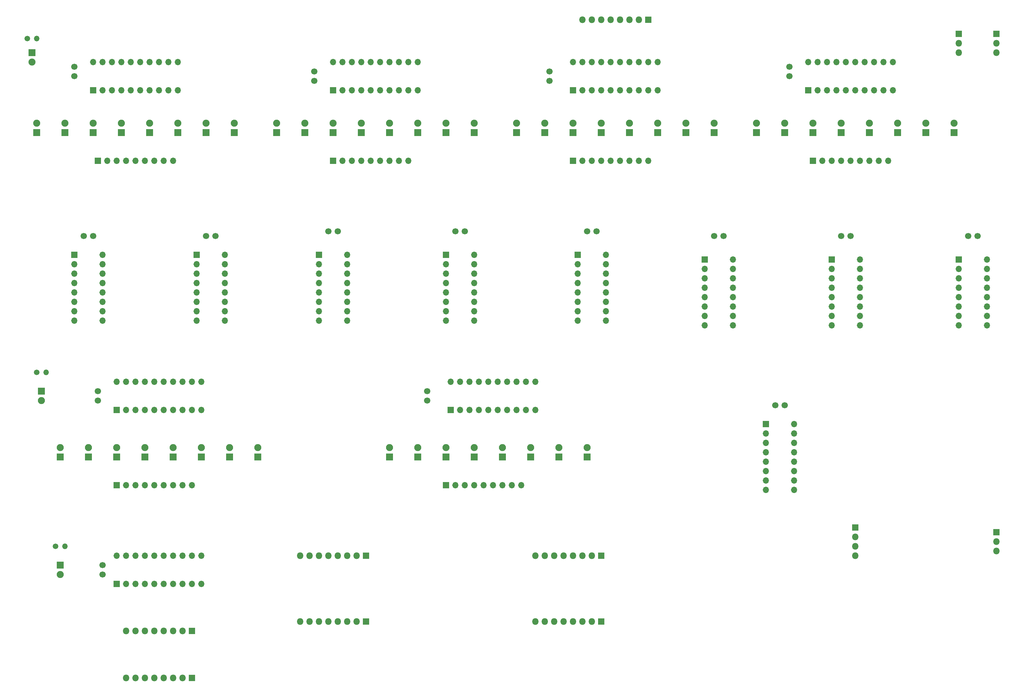
<source format=gbr>
G04 #@! TF.GenerationSoftware,KiCad,Pcbnew,5.1.6-c6e7f7d~87~ubuntu16.04.1*
G04 #@! TF.CreationDate,2020-11-11T22:35:59-05:00*
G04 #@! TF.ProjectId,riscy,72697363-792e-46b6-9963-61645f706362,rev?*
G04 #@! TF.SameCoordinates,Original*
G04 #@! TF.FileFunction,Soldermask,Top*
G04 #@! TF.FilePolarity,Negative*
%FSLAX46Y46*%
G04 Gerber Fmt 4.6, Leading zero omitted, Abs format (unit mm)*
G04 Created by KiCad (PCBNEW 5.1.6-c6e7f7d~87~ubuntu16.04.1) date 2020-11-11 22:35:59*
%MOMM*%
%LPD*%
G01*
G04 APERTURE LIST*
%ADD10O,1.800000X1.800000*%
%ADD11R,1.800000X1.800000*%
%ADD12O,1.700000X1.700000*%
%ADD13R,1.700000X1.700000*%
%ADD14O,1.500000X1.500000*%
%ADD15C,1.500000*%
%ADD16C,1.900000*%
%ADD17R,1.900000X1.900000*%
%ADD18C,1.700000*%
G04 APERTURE END LIST*
D10*
G04 #@! TO.C,J11*
X266700000Y-25400000D03*
X266700000Y-22860000D03*
D11*
X266700000Y-20320000D03*
G04 #@! TD*
D12*
G04 #@! TO.C,U16*
X222250000Y-125730000D03*
X214630000Y-143510000D03*
X222250000Y-128270000D03*
X214630000Y-140970000D03*
X222250000Y-130810000D03*
X214630000Y-138430000D03*
X222250000Y-133350000D03*
X214630000Y-135890000D03*
X222250000Y-135890000D03*
X214630000Y-133350000D03*
X222250000Y-138430000D03*
X214630000Y-130810000D03*
X222250000Y-140970000D03*
X214630000Y-128270000D03*
X222250000Y-143510000D03*
D13*
X214630000Y-125730000D03*
G04 #@! TD*
D12*
G04 #@! TO.C,U15*
X39370000Y-161290000D03*
X62230000Y-168910000D03*
X41910000Y-161290000D03*
X59690000Y-168910000D03*
X44450000Y-161290000D03*
X57150000Y-168910000D03*
X46990000Y-161290000D03*
X54610000Y-168910000D03*
X49530000Y-161290000D03*
X52070000Y-168910000D03*
X52070000Y-161290000D03*
X49530000Y-168910000D03*
X54610000Y-161290000D03*
X46990000Y-168910000D03*
X57150000Y-161290000D03*
X44450000Y-168910000D03*
X59690000Y-161290000D03*
X41910000Y-168910000D03*
X62230000Y-161290000D03*
D13*
X39370000Y-168910000D03*
G04 #@! TD*
D12*
G04 #@! TO.C,U14*
X274320000Y-81280000D03*
X266700000Y-99060000D03*
X274320000Y-83820000D03*
X266700000Y-96520000D03*
X274320000Y-86360000D03*
X266700000Y-93980000D03*
X274320000Y-88900000D03*
X266700000Y-91440000D03*
X274320000Y-91440000D03*
X266700000Y-88900000D03*
X274320000Y-93980000D03*
X266700000Y-86360000D03*
X274320000Y-96520000D03*
X266700000Y-83820000D03*
X274320000Y-99060000D03*
D13*
X266700000Y-81280000D03*
G04 #@! TD*
D12*
G04 #@! TO.C,U13*
X240030000Y-81280000D03*
X232410000Y-99060000D03*
X240030000Y-83820000D03*
X232410000Y-96520000D03*
X240030000Y-86360000D03*
X232410000Y-93980000D03*
X240030000Y-88900000D03*
X232410000Y-91440000D03*
X240030000Y-91440000D03*
X232410000Y-88900000D03*
X240030000Y-93980000D03*
X232410000Y-86360000D03*
X240030000Y-96520000D03*
X232410000Y-83820000D03*
X240030000Y-99060000D03*
D13*
X232410000Y-81280000D03*
G04 #@! TD*
D12*
G04 #@! TO.C,U12*
X205740000Y-81280000D03*
X198120000Y-99060000D03*
X205740000Y-83820000D03*
X198120000Y-96520000D03*
X205740000Y-86360000D03*
X198120000Y-93980000D03*
X205740000Y-88900000D03*
X198120000Y-91440000D03*
X205740000Y-91440000D03*
X198120000Y-88900000D03*
X205740000Y-93980000D03*
X198120000Y-86360000D03*
X205740000Y-96520000D03*
X198120000Y-83820000D03*
X205740000Y-99060000D03*
D13*
X198120000Y-81280000D03*
G04 #@! TD*
D12*
G04 #@! TO.C,U11*
X171450000Y-80010000D03*
X163830000Y-97790000D03*
X171450000Y-82550000D03*
X163830000Y-95250000D03*
X171450000Y-85090000D03*
X163830000Y-92710000D03*
X171450000Y-87630000D03*
X163830000Y-90170000D03*
X171450000Y-90170000D03*
X163830000Y-87630000D03*
X171450000Y-92710000D03*
X163830000Y-85090000D03*
X171450000Y-95250000D03*
X163830000Y-82550000D03*
X171450000Y-97790000D03*
D13*
X163830000Y-80010000D03*
G04 #@! TD*
D12*
G04 #@! TO.C,U10*
X135890000Y-80010000D03*
X128270000Y-97790000D03*
X135890000Y-82550000D03*
X128270000Y-95250000D03*
X135890000Y-85090000D03*
X128270000Y-92710000D03*
X135890000Y-87630000D03*
X128270000Y-90170000D03*
X135890000Y-90170000D03*
X128270000Y-87630000D03*
X135890000Y-92710000D03*
X128270000Y-85090000D03*
X135890000Y-95250000D03*
X128270000Y-82550000D03*
X135890000Y-97790000D03*
D13*
X128270000Y-80010000D03*
G04 #@! TD*
D12*
G04 #@! TO.C,U9*
X101600000Y-80010000D03*
X93980000Y-97790000D03*
X101600000Y-82550000D03*
X93980000Y-95250000D03*
X101600000Y-85090000D03*
X93980000Y-92710000D03*
X101600000Y-87630000D03*
X93980000Y-90170000D03*
X101600000Y-90170000D03*
X93980000Y-87630000D03*
X101600000Y-92710000D03*
X93980000Y-85090000D03*
X101600000Y-95250000D03*
X93980000Y-82550000D03*
X101600000Y-97790000D03*
D13*
X93980000Y-80010000D03*
G04 #@! TD*
D12*
G04 #@! TO.C,U8*
X68580000Y-80010000D03*
X60960000Y-97790000D03*
X68580000Y-82550000D03*
X60960000Y-95250000D03*
X68580000Y-85090000D03*
X60960000Y-92710000D03*
X68580000Y-87630000D03*
X60960000Y-90170000D03*
X68580000Y-90170000D03*
X60960000Y-87630000D03*
X68580000Y-92710000D03*
X60960000Y-85090000D03*
X68580000Y-95250000D03*
X60960000Y-82550000D03*
X68580000Y-97790000D03*
D13*
X60960000Y-80010000D03*
G04 #@! TD*
D12*
G04 #@! TO.C,U7*
X35560000Y-80010000D03*
X27940000Y-97790000D03*
X35560000Y-82550000D03*
X27940000Y-95250000D03*
X35560000Y-85090000D03*
X27940000Y-92710000D03*
X35560000Y-87630000D03*
X27940000Y-90170000D03*
X35560000Y-90170000D03*
X27940000Y-87630000D03*
X35560000Y-92710000D03*
X27940000Y-85090000D03*
X35560000Y-95250000D03*
X27940000Y-82550000D03*
X35560000Y-97790000D03*
D13*
X27940000Y-80010000D03*
G04 #@! TD*
D12*
G04 #@! TO.C,U6*
X129540000Y-114300000D03*
X152400000Y-121920000D03*
X132080000Y-114300000D03*
X149860000Y-121920000D03*
X134620000Y-114300000D03*
X147320000Y-121920000D03*
X137160000Y-114300000D03*
X144780000Y-121920000D03*
X139700000Y-114300000D03*
X142240000Y-121920000D03*
X142240000Y-114300000D03*
X139700000Y-121920000D03*
X144780000Y-114300000D03*
X137160000Y-121920000D03*
X147320000Y-114300000D03*
X134620000Y-121920000D03*
X149860000Y-114300000D03*
X132080000Y-121920000D03*
X152400000Y-114300000D03*
D13*
X129540000Y-121920000D03*
G04 #@! TD*
D12*
G04 #@! TO.C,U5*
X39370000Y-114300000D03*
X62230000Y-121920000D03*
X41910000Y-114300000D03*
X59690000Y-121920000D03*
X44450000Y-114300000D03*
X57150000Y-121920000D03*
X46990000Y-114300000D03*
X54610000Y-121920000D03*
X49530000Y-114300000D03*
X52070000Y-121920000D03*
X52070000Y-114300000D03*
X49530000Y-121920000D03*
X54610000Y-114300000D03*
X46990000Y-121920000D03*
X57150000Y-114300000D03*
X44450000Y-121920000D03*
X59690000Y-114300000D03*
X41910000Y-121920000D03*
X62230000Y-114300000D03*
D13*
X39370000Y-121920000D03*
G04 #@! TD*
D12*
G04 #@! TO.C,U4*
X226060000Y-27940000D03*
X248920000Y-35560000D03*
X228600000Y-27940000D03*
X246380000Y-35560000D03*
X231140000Y-27940000D03*
X243840000Y-35560000D03*
X233680000Y-27940000D03*
X241300000Y-35560000D03*
X236220000Y-27940000D03*
X238760000Y-35560000D03*
X238760000Y-27940000D03*
X236220000Y-35560000D03*
X241300000Y-27940000D03*
X233680000Y-35560000D03*
X243840000Y-27940000D03*
X231140000Y-35560000D03*
X246380000Y-27940000D03*
X228600000Y-35560000D03*
X248920000Y-27940000D03*
D13*
X226060000Y-35560000D03*
G04 #@! TD*
D12*
G04 #@! TO.C,U3*
X162560000Y-27940000D03*
X185420000Y-35560000D03*
X165100000Y-27940000D03*
X182880000Y-35560000D03*
X167640000Y-27940000D03*
X180340000Y-35560000D03*
X170180000Y-27940000D03*
X177800000Y-35560000D03*
X172720000Y-27940000D03*
X175260000Y-35560000D03*
X175260000Y-27940000D03*
X172720000Y-35560000D03*
X177800000Y-27940000D03*
X170180000Y-35560000D03*
X180340000Y-27940000D03*
X167640000Y-35560000D03*
X182880000Y-27940000D03*
X165100000Y-35560000D03*
X185420000Y-27940000D03*
D13*
X162560000Y-35560000D03*
G04 #@! TD*
D12*
G04 #@! TO.C,U2*
X97790000Y-27940000D03*
X120650000Y-35560000D03*
X100330000Y-27940000D03*
X118110000Y-35560000D03*
X102870000Y-27940000D03*
X115570000Y-35560000D03*
X105410000Y-27940000D03*
X113030000Y-35560000D03*
X107950000Y-27940000D03*
X110490000Y-35560000D03*
X110490000Y-27940000D03*
X107950000Y-35560000D03*
X113030000Y-27940000D03*
X105410000Y-35560000D03*
X115570000Y-27940000D03*
X102870000Y-35560000D03*
X118110000Y-27940000D03*
X100330000Y-35560000D03*
X120650000Y-27940000D03*
D13*
X97790000Y-35560000D03*
G04 #@! TD*
D12*
G04 #@! TO.C,U1*
X33020000Y-27940000D03*
X55880000Y-35560000D03*
X35560000Y-27940000D03*
X53340000Y-35560000D03*
X38100000Y-27940000D03*
X50800000Y-35560000D03*
X40640000Y-27940000D03*
X48260000Y-35560000D03*
X43180000Y-27940000D03*
X45720000Y-35560000D03*
X45720000Y-27940000D03*
X43180000Y-35560000D03*
X48260000Y-27940000D03*
X40640000Y-35560000D03*
X50800000Y-27940000D03*
X38100000Y-35560000D03*
X53340000Y-27940000D03*
X35560000Y-35560000D03*
X55880000Y-27940000D03*
D13*
X33020000Y-35560000D03*
G04 #@! TD*
D12*
G04 #@! TO.C,RN6*
X148590000Y-142240000D03*
X146050000Y-142240000D03*
X143510000Y-142240000D03*
X140970000Y-142240000D03*
X138430000Y-142240000D03*
X135890000Y-142240000D03*
X133350000Y-142240000D03*
X130810000Y-142240000D03*
D13*
X128270000Y-142240000D03*
G04 #@! TD*
D12*
G04 #@! TO.C,RN5*
X59690000Y-142240000D03*
X57150000Y-142240000D03*
X54610000Y-142240000D03*
X52070000Y-142240000D03*
X49530000Y-142240000D03*
X46990000Y-142240000D03*
X44450000Y-142240000D03*
X41910000Y-142240000D03*
D13*
X39370000Y-142240000D03*
G04 #@! TD*
D12*
G04 #@! TO.C,RN4*
X247650000Y-54610000D03*
X245110000Y-54610000D03*
X242570000Y-54610000D03*
X240030000Y-54610000D03*
X237490000Y-54610000D03*
X234950000Y-54610000D03*
X232410000Y-54610000D03*
X229870000Y-54610000D03*
D13*
X227330000Y-54610000D03*
G04 #@! TD*
D12*
G04 #@! TO.C,RN3*
X182880000Y-54610000D03*
X180340000Y-54610000D03*
X177800000Y-54610000D03*
X175260000Y-54610000D03*
X172720000Y-54610000D03*
X170180000Y-54610000D03*
X167640000Y-54610000D03*
X165100000Y-54610000D03*
D13*
X162560000Y-54610000D03*
G04 #@! TD*
D12*
G04 #@! TO.C,RN2*
X118110000Y-54610000D03*
X115570000Y-54610000D03*
X113030000Y-54610000D03*
X110490000Y-54610000D03*
X107950000Y-54610000D03*
X105410000Y-54610000D03*
X102870000Y-54610000D03*
X100330000Y-54610000D03*
D13*
X97790000Y-54610000D03*
G04 #@! TD*
D12*
G04 #@! TO.C,RN1*
X54610000Y-54610000D03*
X52070000Y-54610000D03*
X49530000Y-54610000D03*
X46990000Y-54610000D03*
X44450000Y-54610000D03*
X41910000Y-54610000D03*
X39370000Y-54610000D03*
X36830000Y-54610000D03*
D13*
X34290000Y-54610000D03*
G04 #@! TD*
D14*
G04 #@! TO.C,R3*
X25400000Y-158750000D03*
D15*
X22860000Y-158750000D03*
G04 #@! TD*
D14*
G04 #@! TO.C,R2*
X20320000Y-111760000D03*
D15*
X17780000Y-111760000D03*
G04 #@! TD*
D14*
G04 #@! TO.C,R1*
X17780000Y-21590000D03*
D15*
X15240000Y-21590000D03*
G04 #@! TD*
D10*
G04 #@! TO.C,J10*
X276860000Y-160020000D03*
X276860000Y-157480000D03*
D11*
X276860000Y-154940000D03*
G04 #@! TD*
D10*
G04 #@! TO.C,J9*
X238760000Y-161290000D03*
X238760000Y-158750000D03*
X238760000Y-156210000D03*
D11*
X238760000Y-153670000D03*
G04 #@! TD*
D10*
G04 #@! TO.C,J8*
X165100000Y-16510000D03*
X167640000Y-16510000D03*
X170180000Y-16510000D03*
X172720000Y-16510000D03*
X175260000Y-16510000D03*
X177800000Y-16510000D03*
X180340000Y-16510000D03*
D11*
X182880000Y-16510000D03*
G04 #@! TD*
D10*
G04 #@! TO.C,J7*
X152400000Y-161290000D03*
X154940000Y-161290000D03*
X157480000Y-161290000D03*
X160020000Y-161290000D03*
X162560000Y-161290000D03*
X165100000Y-161290000D03*
X167640000Y-161290000D03*
D11*
X170180000Y-161290000D03*
G04 #@! TD*
D10*
G04 #@! TO.C,J6*
X152400000Y-179070000D03*
X154940000Y-179070000D03*
X157480000Y-179070000D03*
X160020000Y-179070000D03*
X162560000Y-179070000D03*
X165100000Y-179070000D03*
X167640000Y-179070000D03*
D11*
X170180000Y-179070000D03*
G04 #@! TD*
D10*
G04 #@! TO.C,J5*
X88900000Y-179070000D03*
X91440000Y-179070000D03*
X93980000Y-179070000D03*
X96520000Y-179070000D03*
X99060000Y-179070000D03*
X101600000Y-179070000D03*
X104140000Y-179070000D03*
D11*
X106680000Y-179070000D03*
G04 #@! TD*
D10*
G04 #@! TO.C,J4*
X88900000Y-161290000D03*
X91440000Y-161290000D03*
X93980000Y-161290000D03*
X96520000Y-161290000D03*
X99060000Y-161290000D03*
X101600000Y-161290000D03*
X104140000Y-161290000D03*
D11*
X106680000Y-161290000D03*
G04 #@! TD*
D10*
G04 #@! TO.C,J3*
X41910000Y-181610000D03*
X44450000Y-181610000D03*
X46990000Y-181610000D03*
X49530000Y-181610000D03*
X52070000Y-181610000D03*
X54610000Y-181610000D03*
X57150000Y-181610000D03*
D11*
X59690000Y-181610000D03*
G04 #@! TD*
D10*
G04 #@! TO.C,J2*
X41910000Y-194310000D03*
X44450000Y-194310000D03*
X46990000Y-194310000D03*
X49530000Y-194310000D03*
X52070000Y-194310000D03*
X54610000Y-194310000D03*
X57150000Y-194310000D03*
D11*
X59690000Y-194310000D03*
G04 #@! TD*
D10*
G04 #@! TO.C,J1*
X276860000Y-25400000D03*
X276860000Y-22860000D03*
D11*
X276860000Y-20320000D03*
G04 #@! TD*
D16*
G04 #@! TO.C,D51*
X24130000Y-166370000D03*
D17*
X24130000Y-163830000D03*
G04 #@! TD*
D16*
G04 #@! TO.C,D50*
X19050000Y-119380000D03*
D17*
X19050000Y-116840000D03*
G04 #@! TD*
D16*
G04 #@! TO.C,D49*
X16510000Y-27940000D03*
D17*
X16510000Y-25400000D03*
G04 #@! TD*
D16*
G04 #@! TO.C,D48*
X113030000Y-132080000D03*
D17*
X113030000Y-134620000D03*
G04 #@! TD*
D16*
G04 #@! TO.C,D47*
X120650000Y-132080000D03*
D17*
X120650000Y-134620000D03*
G04 #@! TD*
D16*
G04 #@! TO.C,D46*
X128270000Y-132080000D03*
D17*
X128270000Y-134620000D03*
G04 #@! TD*
D16*
G04 #@! TO.C,D45*
X135890000Y-132080000D03*
D17*
X135890000Y-134620000D03*
G04 #@! TD*
D16*
G04 #@! TO.C,D44*
X143510000Y-132080000D03*
D17*
X143510000Y-134620000D03*
G04 #@! TD*
D16*
G04 #@! TO.C,D43*
X151130000Y-132080000D03*
D17*
X151130000Y-134620000D03*
G04 #@! TD*
D16*
G04 #@! TO.C,D42*
X158750000Y-132080000D03*
D17*
X158750000Y-134620000D03*
G04 #@! TD*
D16*
G04 #@! TO.C,D41*
X166370000Y-132080000D03*
D17*
X166370000Y-134620000D03*
G04 #@! TD*
D16*
G04 #@! TO.C,D40*
X24130000Y-132080000D03*
D17*
X24130000Y-134620000D03*
G04 #@! TD*
D16*
G04 #@! TO.C,D39*
X31750000Y-132080000D03*
D17*
X31750000Y-134620000D03*
G04 #@! TD*
D16*
G04 #@! TO.C,D38*
X39370000Y-132080000D03*
D17*
X39370000Y-134620000D03*
G04 #@! TD*
D16*
G04 #@! TO.C,D37*
X46990000Y-132080000D03*
D17*
X46990000Y-134620000D03*
G04 #@! TD*
D16*
G04 #@! TO.C,D36*
X54610000Y-132080000D03*
D17*
X54610000Y-134620000D03*
G04 #@! TD*
D16*
G04 #@! TO.C,D35*
X62230000Y-132080000D03*
D17*
X62230000Y-134620000D03*
G04 #@! TD*
D16*
G04 #@! TO.C,D34*
X69850000Y-132080000D03*
D17*
X69850000Y-134620000D03*
G04 #@! TD*
D16*
G04 #@! TO.C,D33*
X77470000Y-132080000D03*
D17*
X77470000Y-134620000D03*
G04 #@! TD*
D16*
G04 #@! TO.C,D32*
X212090000Y-44450000D03*
D17*
X212090000Y-46990000D03*
G04 #@! TD*
D16*
G04 #@! TO.C,D31*
X219710000Y-44450000D03*
D17*
X219710000Y-46990000D03*
G04 #@! TD*
D16*
G04 #@! TO.C,D30*
X227330000Y-44450000D03*
D17*
X227330000Y-46990000D03*
G04 #@! TD*
D16*
G04 #@! TO.C,D29*
X234950000Y-44450000D03*
D17*
X234950000Y-46990000D03*
G04 #@! TD*
D16*
G04 #@! TO.C,D28*
X242570000Y-44450000D03*
D17*
X242570000Y-46990000D03*
G04 #@! TD*
D16*
G04 #@! TO.C,D27*
X250190000Y-44450000D03*
D17*
X250190000Y-46990000D03*
G04 #@! TD*
D16*
G04 #@! TO.C,D26*
X257810000Y-44450000D03*
D17*
X257810000Y-46990000D03*
G04 #@! TD*
D16*
G04 #@! TO.C,D25*
X265430000Y-44450000D03*
D17*
X265430000Y-46990000D03*
G04 #@! TD*
D16*
G04 #@! TO.C,D24*
X147320000Y-44450000D03*
D17*
X147320000Y-46990000D03*
G04 #@! TD*
D16*
G04 #@! TO.C,D23*
X154940000Y-44450000D03*
D17*
X154940000Y-46990000D03*
G04 #@! TD*
D16*
G04 #@! TO.C,D22*
X162560000Y-44450000D03*
D17*
X162560000Y-46990000D03*
G04 #@! TD*
D16*
G04 #@! TO.C,D21*
X170180000Y-44450000D03*
D17*
X170180000Y-46990000D03*
G04 #@! TD*
D16*
G04 #@! TO.C,D20*
X177800000Y-44450000D03*
D17*
X177800000Y-46990000D03*
G04 #@! TD*
D16*
G04 #@! TO.C,D19*
X185420000Y-44450000D03*
D17*
X185420000Y-46990000D03*
G04 #@! TD*
D16*
G04 #@! TO.C,D18*
X193040000Y-44450000D03*
D17*
X193040000Y-46990000D03*
G04 #@! TD*
D16*
G04 #@! TO.C,D17*
X200660000Y-44450000D03*
D17*
X200660000Y-46990000D03*
G04 #@! TD*
D16*
G04 #@! TO.C,D16*
X82550000Y-44450000D03*
D17*
X82550000Y-46990000D03*
G04 #@! TD*
D16*
G04 #@! TO.C,D15*
X90170000Y-44450000D03*
D17*
X90170000Y-46990000D03*
G04 #@! TD*
D16*
G04 #@! TO.C,D14*
X97790000Y-44450000D03*
D17*
X97790000Y-46990000D03*
G04 #@! TD*
D16*
G04 #@! TO.C,D13*
X105410000Y-44450000D03*
D17*
X105410000Y-46990000D03*
G04 #@! TD*
D16*
G04 #@! TO.C,D12*
X113030000Y-44450000D03*
D17*
X113030000Y-46990000D03*
G04 #@! TD*
D16*
G04 #@! TO.C,D11*
X120650000Y-44450000D03*
D17*
X120650000Y-46990000D03*
G04 #@! TD*
D16*
G04 #@! TO.C,D10*
X128270000Y-44450000D03*
D17*
X128270000Y-46990000D03*
G04 #@! TD*
D16*
G04 #@! TO.C,D9*
X135890000Y-44450000D03*
D17*
X135890000Y-46990000D03*
G04 #@! TD*
D16*
G04 #@! TO.C,D8*
X17780000Y-44450000D03*
D17*
X17780000Y-46990000D03*
G04 #@! TD*
D16*
G04 #@! TO.C,D7*
X25400000Y-44450000D03*
D17*
X25400000Y-46990000D03*
G04 #@! TD*
D16*
G04 #@! TO.C,D6*
X33020000Y-44450000D03*
D17*
X33020000Y-46990000D03*
G04 #@! TD*
D16*
G04 #@! TO.C,D5*
X40640000Y-44450000D03*
D17*
X40640000Y-46990000D03*
G04 #@! TD*
D16*
G04 #@! TO.C,D4*
X48260000Y-44450000D03*
D17*
X48260000Y-46990000D03*
G04 #@! TD*
D16*
G04 #@! TO.C,D3*
X55880000Y-44450000D03*
D17*
X55880000Y-46990000D03*
G04 #@! TD*
D16*
G04 #@! TO.C,D2*
X63500000Y-44450000D03*
D17*
X63500000Y-46990000D03*
G04 #@! TD*
D16*
G04 #@! TO.C,D1*
X71120000Y-44450000D03*
D17*
X71120000Y-46990000D03*
G04 #@! TD*
D18*
G04 #@! TO.C,C16*
X217210000Y-120650000D03*
X219710000Y-120650000D03*
G04 #@! TD*
G04 #@! TO.C,C15*
X35560000Y-166330000D03*
X35560000Y-163830000D03*
G04 #@! TD*
G04 #@! TO.C,C14*
X269280000Y-74930000D03*
X271780000Y-74930000D03*
G04 #@! TD*
G04 #@! TO.C,C13*
X234990000Y-74930000D03*
X237490000Y-74930000D03*
G04 #@! TD*
G04 #@! TO.C,C12*
X200700000Y-74930000D03*
X203200000Y-74930000D03*
G04 #@! TD*
G04 #@! TO.C,C11*
X166410000Y-73660000D03*
X168910000Y-73660000D03*
G04 #@! TD*
G04 #@! TO.C,C10*
X130850000Y-73660000D03*
X133350000Y-73660000D03*
G04 #@! TD*
G04 #@! TO.C,C9*
X96560000Y-73660000D03*
X99060000Y-73660000D03*
G04 #@! TD*
G04 #@! TO.C,C8*
X63540000Y-74930000D03*
X66040000Y-74930000D03*
G04 #@! TD*
G04 #@! TO.C,C7*
X30520000Y-74930000D03*
X33020000Y-74930000D03*
G04 #@! TD*
G04 #@! TO.C,C6*
X123190000Y-119340000D03*
X123190000Y-116840000D03*
G04 #@! TD*
G04 #@! TO.C,C5*
X34290000Y-119340000D03*
X34290000Y-116840000D03*
G04 #@! TD*
G04 #@! TO.C,C4*
X220980000Y-31710000D03*
X220980000Y-29210000D03*
G04 #@! TD*
G04 #@! TO.C,C3*
X156210000Y-32980000D03*
X156210000Y-30480000D03*
G04 #@! TD*
G04 #@! TO.C,C2*
X92710000Y-32980000D03*
X92710000Y-30480000D03*
G04 #@! TD*
G04 #@! TO.C,C1*
X27940000Y-31710000D03*
X27940000Y-29210000D03*
G04 #@! TD*
M02*

</source>
